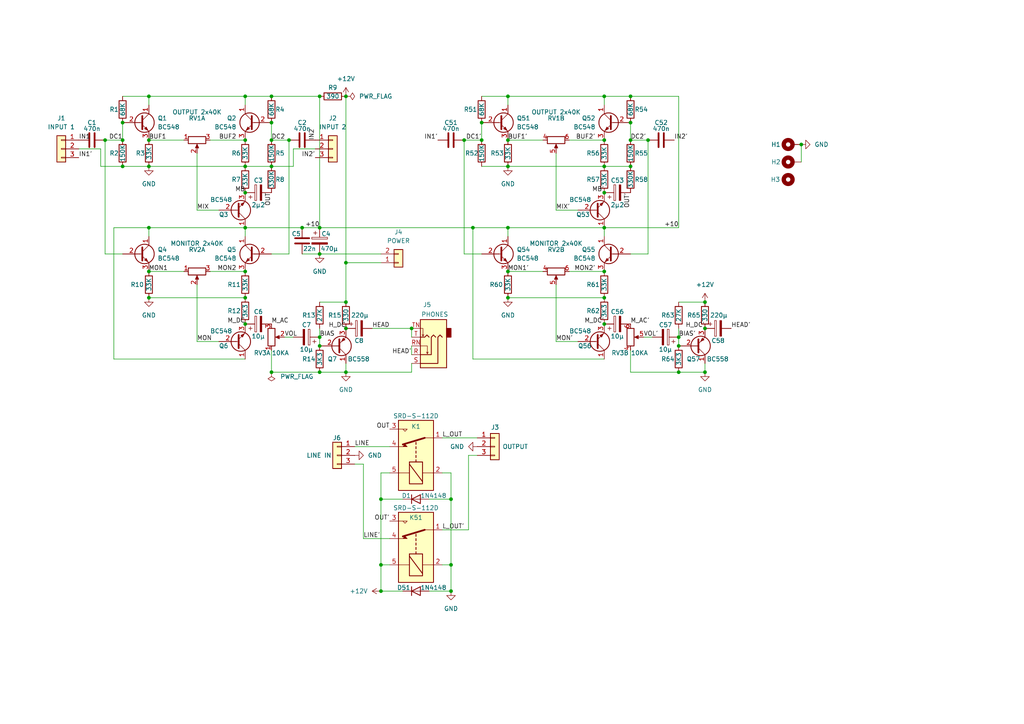
<source format=kicad_sch>
(kicad_sch (version 20231120) (generator "eeschema") (generator_version "8.0")
  (paper "A4")
  (title_block (title "TuchAudio 502 mixing console") (date "2025-08-10") (rev "v1.1") (company "@zuiko21"))
  (lib_symbols
    (symbol "Connector_Audio:AudioJack3_SwitchTR"
      (property "Reference" "J" (at 0 8.89 0))
      (property "Value" "AudioJack3_SwitchTR" (at 0 6.35 0))
      (symbol "AudioJack3_SwitchTR_0_1"
        (rectangle (start -5.08 -5.08) (end -6.35 -7.62) (stroke (width 0.254)) (fill (type outline)))
        (polyline (pts (xy 0.508 -0.254) (xy 0.762 -0.762)))
        (polyline (pts (xy 1.778 -5.334) (xy 2.032 -5.842)))
        (polyline (pts (xy 0 -5.08) (xy 0.635 -5.715) (xy 1.27 -5.08) (xy 2.54 -5.08)) (stroke (width 0.254)))
        (polyline (pts (xy 2.54 -7.62) (xy 1.778 -7.62) (xy 1.778 -5.334) (xy 1.524 -5.842)))
        (polyline (pts (xy 2.54 -2.54) (xy 0.508 -2.54) (xy 0.508 -0.254) (xy 0.254 -0.762)))
        (polyline (pts (xy -1.905 -5.08) (xy -1.27 -5.715) (xy -0.635 -5.08) (xy -0.635 0) (xy 2.54 0)) (stroke (width 0.254)))
        (polyline (pts (xy 2.54 2.54) (xy -2.54 2.54) (xy -2.54 -5.08) (xy -3.175 -5.715) (xy -3.81 -5.08)) (stroke (width 0.254)))
        (rectangle (start 2.54 3.81) (end -5.08 -10.16) (stroke (width 0.254)) (fill (type background)))
      )
      (symbol "AudioJack3_SwitchTR_1_1"
        (pin passive line (at 5.08 0 180) (length 2.54) (name "~") (number "R"))
        (pin passive line (at 5.08 -2.54 180) (length 2.54) (name "~") (number "RN"))
        (pin passive line (at 5.08 2.54 180) (length 2.54) (name "~") (number "S"))
        (pin passive line (at 5.08 -5.08 180) (length 2.54) (name "~") (number "T"))
        (pin passive line (at 5.08 -7.62 180) (length 2.54) (name "~") (number "TN"))
      )
    )
    (symbol "Connector_Generic:Conn_01x02" (pin_names (offset 1.016) hide)
      (property "Reference" "J" (at 0 2.54 0))
      (property "Value" "Conn_01x02" (at 0 -5.08 0))
      (symbol "Conn_01x02_1_1"
        (rectangle (start -1.27 -2.413) (end 0 -2.667) (stroke (width 0.1524)))
        (rectangle (start -1.27 0.127) (end 0 -0.127) (stroke (width 0.1524)))
        (rectangle (start -1.27 1.27) (end 1.27 -3.81) (stroke (width 0.254)) (fill (type background)))
        (pin passive line (at -5.08 0 0) (length 3.81) (name "Pin_1") (number "1"))
        (pin passive line (at -5.08 -2.54 0) (length 3.81) (name "Pin_2") (number "2"))
      )
    )
    (symbol "Connector_Generic:Conn_01x03" (pin_names (offset 1.016) hide)
      (property "Reference" "J" (at 0 5.08 0))
      (property "Value" "Conn_01x03" (at 0 -5.08 0))
      (symbol "Conn_01x03_1_1"
        (rectangle (start -1.27 -2.413) (end 0 -2.667) (stroke (width 0.1524)))
        (rectangle (start -1.27 0.127) (end 0 -0.127) (stroke (width 0.1524)))
        (rectangle (start -1.27 2.667) (end 0 2.413) (stroke (width 0.1524)))
        (rectangle (start -1.27 3.81) (end 1.27 -3.81) (stroke (width 0.254)) (fill (type background)))
        (pin passive line (at -5.08 2.54 0) (length 3.81) (name "Pin_1") (number "1"))
        (pin passive line (at -5.08 0 0) (length 3.81) (name "Pin_2") (number "2"))
        (pin passive line (at -5.08 -2.54 0) (length 3.81) (name "Pin_3") (number "3"))
      )
    )
    (symbol "Device:C" (pin_numbers hide) (pin_names (offset 0.254))
      (property "Reference" "C" (at 0.635 2.54 0))
      (property "Value" "C" (at 0.635 -2.54 0))
      (symbol "C_0_1"
        (polyline (pts (xy -2.032 -0.762) (xy 2.032 -0.762)) (stroke (width 0.508)))
        (polyline (pts (xy -2.032 0.762) (xy 2.032 0.762)) (stroke (width 0.508)))
      )
      (symbol "C_1_1"
        (pin passive line (at 0 3.81 270) (length 2.794) (name "~") (number "1"))
        (pin passive line (at 0 -3.81 90) (length 2.794) (name "~") (number "2"))
      )
    )
    (symbol "Device:C_Polarized" (pin_numbers hide) (pin_names (offset 0.254))
      (property "Reference" "C" (at 0.635 2.54 0))
      (property "Value" "C_Polarized" (at 0.635 -2.54 0))
      (symbol "C_Polarized_0_1"
        (rectangle (start -2.286 0.508) (end 2.286 1.016))
        (polyline (pts (xy -1.778 2.286) (xy -0.762 2.286)))
        (polyline (pts (xy -1.27 2.794) (xy -1.27 1.778)))
        (rectangle (start 2.286 -0.508) (end -2.286 -1.016) (fill (type outline)))
      )
      (symbol "C_Polarized_1_1"
        (pin passive line (at 0 3.81 270) (length 2.794) (name "~") (number "1"))
        (pin passive line (at 0 -3.81 90) (length 2.794) (name "~") (number "2"))
      )
    )
    (symbol "Device:R" (pin_numbers hide) (pin_names (offset 0))
      (property "Reference" "R" (at 2.032 0 90))
      (property "Value" "R" (at 0 0 90))
      (symbol "R_0_1"
        (rectangle (start -1.016 -2.54) (end 1.016 2.54) (stroke (width 0.254)))
      )
      (symbol "R_1_1"
        (pin passive line (at 0 3.81 270) (length 1.27) (name "~") (number "1"))
        (pin passive line (at 0 -3.81 90) (length 1.27) (name "~") (number "2"))
      )
    )
    (symbol "Device:R_Potentiometer_Dual_Separate" (pin_names (offset 1.016) hide)
      (property "Reference" "RV" (at -4.445 0 90))
      (property "Value" "R_Potentiometer_Dual_Separate" (at -2.54 0 90))
      (symbol "R_Potentiometer_Dual_Separate_0_1"
        (polyline (pts (xy 2.54 0) (xy 1.524 0)))
        (polyline (pts (xy 1.143 0) (xy 2.286 0.508) (xy 2.286 -0.508) (xy 1.143 0)) (fill (type outline)))
        (rectangle (start 1.016 2.54) (end -1.016 -2.54) (stroke (width 0.254)))
      )
      (symbol "R_Potentiometer_Dual_Separate_1_1"
        (pin passive line (at 0 3.81 270) (length 1.27) (name "1") (number "1"))
        (pin passive line (at 3.81 0 180) (length 1.27) (name "2") (number "2"))
        (pin passive line (at 0 -3.81 90) (length 1.27) (name "3") (number "3"))
      )
      (symbol "R_Potentiometer_Dual_Separate_2_1"
        (pin passive line (at 0 3.81 270) (length 1.27) (name "4") (number "4"))
        (pin passive line (at 3.81 0 180) (length 1.27) (name "5") (number "5"))
        (pin passive line (at 0 -3.81 90) (length 1.27) (name "6") (number "6"))
      )
    )
    (symbol "Diode:1N4148" (pin_numbers hide) (pin_names hide)
      (property "Reference" "D" (at 0 2.54 0))
      (property "Value" "1N4148" (at 0 -2.54 0))
      (symbol "1N4148_0_1"
        (polyline (pts (xy -1.27 1.27) (xy -1.27 -1.27)) (stroke (width 0.254)))
        (polyline (pts (xy 1.27 0) (xy -1.27 0)))
        (polyline (pts (xy 1.27 1.27) (xy 1.27 -1.27) (xy -1.27 0) (xy 1.27 1.27)) (stroke (width 0.254)))
      )
      (symbol "1N4148_1_1"
        (pin passive line (at -3.81 0 0) (length 2.54) (name "K") (number "1"))
        (pin passive line (at 3.81 0 180) (length 2.54) (name "A") (number "2"))
      )
    )
    (symbol "Mechanical:MountingHole" (pin_names (offset 1.016)) (exclude_from_sim yes) (in_bom no)
      (property "Reference" "H" (at 0 5.08 0))
      (property "Value" "MountingHole" (at 0 3.175 0))
      (symbol "MountingHole_0_1"
        (circle (center 0 0) (radius 1.27) (stroke (width 1.27)))
      )
    )
    (symbol "Mechanical:MountingHole_Pad" (pin_numbers hide) (pin_names (offset 1.016) hide) (exclude_from_sim yes) (in_bom no)
      (property "Reference" "H" (at 0 6.35 0))
      (property "Value" "MountingHole_Pad" (at 0 4.445 0))
      (symbol "MountingHole_Pad_0_1"
        (circle (center 0 1.27) (radius 1.27) (stroke (width 1.27)))
      )
      (symbol "MountingHole_Pad_1_1"
        (pin input line (at 0 -2.54 90) (length 2.54) (name "1") (number "1"))
      )
    )
    (symbol "Relay:SANYOU_SRD_Form_C"
      (property "Reference" "K" (at 11.43 3.81 0))
      (property "Value" "SANYOU_SRD_Form_C" (at 11.43 1.27 0))
      (symbol "SANYOU_SRD_Form_C_0_0"
        (polyline (pts (xy 7.62 5.08) (xy 7.62 2.54) (xy 6.985 3.175) (xy 7.62 3.81)))
      )
      (symbol "SANYOU_SRD_Form_C_0_1"
        (rectangle (start -10.16 5.08) (end 10.16 -5.08) (stroke (width 0.254)) (fill (type background)))
        (rectangle (start -8.255 1.905) (end -1.905 -1.905) (stroke (width 0.254)))
        (polyline (pts (xy -7.62 -1.905) (xy -2.54 1.905)) (stroke (width 0.254)))
        (polyline (pts (xy -5.08 -5.08) (xy -5.08 -1.905)))
        (polyline (pts (xy -5.08 5.08) (xy -5.08 1.905)))
        (polyline (pts (xy -1.905 0) (xy -1.27 0)) (stroke (width 0.254)))
        (polyline (pts (xy -0.635 0) (xy 0 0)) (stroke (width 0.254)))
        (polyline (pts (xy 0.635 0) (xy 1.27 0)) (stroke (width 0.254)))
        (polyline (pts (xy 1.905 0) (xy 2.54 0)) (stroke (width 0.254)))
        (polyline (pts (xy 3.175 0) (xy 3.81 0)) (stroke (width 0.254)))
        (polyline (pts (xy 5.08 -2.54) (xy 3.175 3.81)) (stroke (width 0.508)))
        (polyline (pts (xy 5.08 -2.54) (xy 5.08 -5.08)))
      )
      (symbol "SANYOU_SRD_Form_C_1_1"
        (polyline (pts (xy 2.54 3.81) (xy 3.175 3.175) (xy 2.54 2.54) (xy 2.54 5.08)) (fill (type outline)))
        (pin passive line (at 5.08 -7.62 90) (length 2.54) (name "~") (number "1"))
        (pin passive line (at -5.08 -7.62 90) (length 2.54) (name "~") (number "2"))
        (pin passive line (at 7.62 7.62 270) (length 2.54) (name "~") (number "3"))
        (pin passive line (at 2.54 7.62 270) (length 2.54) (name "~") (number "4"))
        (pin passive line (at -5.08 7.62 270) (length 2.54) (name "~") (number "5"))
      )
    )
    (symbol "Transistor_BJT:BC327" (pin_names (offset 0) hide)
      (property "Reference" "Q" (at 5.08 1.905 0))
      (property "Value" "BC327" (at 5.08 0 0))
      (symbol "BC327_0_1"
        (polyline (pts (xy 0.635 0.635) (xy 2.54 2.54)))
        (polyline (pts (xy 0.635 -0.635) (xy 2.54 -2.54) (xy 2.54 -2.54)))
        (polyline (pts (xy 0.635 1.905) (xy 0.635 -1.905) (xy 0.635 -1.905)) (stroke (width 0.508)))
        (polyline (pts (xy 2.286 -1.778) (xy 1.778 -2.286) (xy 1.27 -1.27) (xy 2.286 -1.778) (xy 2.286 -1.778)) (fill (type outline)))
        (circle (center 1.27 0) (radius 2.8194) (stroke (width 0.254)))
      )
      (symbol "BC327_1_1"
        (pin passive line (at 2.54 5.08 270) (length 2.54) (name "C") (number "1"))
        (pin input line (at -5.08 0 0) (length 5.715) (name "B") (number "2"))
        (pin passive line (at 2.54 -5.08 90) (length 2.54) (name "E") (number "3"))
      )
    )
    (symbol "Transistor_BJT:BC548" (pin_names (offset 0) hide)
      (property "Reference" "Q" (at 5.08 1.905 0))
      (property "Value" "BC548" (at 5.08 0 0))
      (symbol "BC548_0_1"
        (polyline (pts (xy 0 0) (xy 0.635 0)))
        (polyline (pts (xy 0.635 0.635) (xy 2.54 2.54)))
        (polyline (pts (xy 0.635 -0.635) (xy 2.54 -2.54) (xy 2.54 -2.54)))
        (polyline (pts (xy 0.635 1.905) (xy 0.635 -1.905) (xy 0.635 -1.905)) (stroke (width 0.508)))
        (polyline (pts (xy 1.27 -1.778) (xy 1.778 -1.27) (xy 2.286 -2.286) (xy 1.27 -1.778) (xy 1.27 -1.778)) (fill (type outline)))
        (circle (center 1.27 0) (radius 2.8194) (stroke (width 0.254)))
      )
      (symbol "BC548_1_1"
        (pin passive line (at 2.54 5.08 270) (length 2.54) (name "C") (number "1"))
        (pin input line (at -5.08 0 0) (length 5.08) (name "B") (number "2"))
        (pin passive line (at 2.54 -5.08 90) (length 2.54) (name "E") (number "3"))
      )
    )
    (symbol "power:+12V" (power) (pin_numbers hide) (pin_names (offset 0) hide)
      (property "Value" "+12V" (at 0 3.556 0))
      (symbol "+12V_0_1"
        (polyline (pts (xy -0.762 1.27) (xy 0 2.54)))
        (polyline (pts (xy 0 0) (xy 0 2.54)))
        (polyline (pts (xy 0 2.54) (xy 0.762 1.27)))
      )
      (symbol "+12V_1_1"
        (pin power_in line (at 0 0 90) (length 0) (name "~") (number "1"))
      )
    )
    (symbol "power:GND" (power) (pin_numbers hide) (pin_names (offset 0) hide)
      (property "Value" "GND" (at 0 -3.81 0))
      (symbol "GND_0_1"
        (polyline (pts (xy 0 0) (xy 0 -1.27) (xy 1.27 -1.27) (xy 0 -2.54) (xy -1.27 -1.27) (xy 0 -1.27)))
      )
      (symbol "GND_1_1"
        (pin power_in line (at 0 0 270) (length 0) (name "~") (number "1"))
      )
    )
    (symbol "power:PWR_FLAG" (power) (pin_numbers hide) (pin_names (offset 0) hide)
      (property "Value" "PWR_FLAG" (at 0 3.81 0))
      (symbol "PWR_FLAG_0_0"
        (pin power_out line (at 0 0 90) (length 0) (name "~") (number "1"))
      )
      (symbol "PWR_FLAG_0_1"
        (polyline (pts (xy 0 0) (xy 0 1.27) (xy -1.016 1.905) (xy 0 2.54) (xy 1.016 1.905) (xy 0 1.27)))
      )
    )
  )
  (junction (at 30.48 40.64))
  (junction (at 182.88 35.56))
  (junction (at 139.7 40.64))
  (junction (at 92.71 107.95))
  (junction (at 175.26 40.64))
  (junction (at 204.47 87.63))
  (junction (at 175.26 86.36))
  (junction (at 71.12 86.36))
  (junction (at 100.33 87.63))
  (junction (at 232.41 41.91))
  (junction (at 175.26 93.98))
  (junction (at 147.32 40.64))
  (junction (at 196.85 107.95))
  (junction (at 175.26 55.88))
  (junction (at 35.56 40.64))
  (junction (at 134.62 40.64))
  (junction (at 43.18 78.74))
  (junction (at 78.74 107.95))
  (junction (at 130.81 144.78))
  (junction (at 71.12 40.64))
  (junction (at 182.88 27.94))
  (junction (at 92.71 66.04))
  (junction (at 204.47 95.25))
  (junction (at 147.32 86.36))
  (junction (at 43.18 27.94))
  (junction (at 71.12 27.94))
  (junction (at 137.16 66.04))
  (junction (at 92.71 100.33))
  (junction (at 110.49 171.45))
  (junction (at 92.71 73.66))
  (junction (at 78.74 48.26))
  (junction (at 100.33 27.94))
  (junction (at 78.74 27.94))
  (junction (at 78.74 40.64))
  (junction (at 100.33 95.25))
  (junction (at 43.18 48.26))
  (junction (at 147.32 78.74))
  (junction (at 130.81 171.45))
  (junction (at 147.32 27.94))
  (junction (at 110.49 163.83))
  (junction (at 100.33 107.95))
  (junction (at 71.12 78.74))
  (junction (at 35.56 48.26))
  (junction (at 100.33 76.2))
  (junction (at 147.32 48.26))
  (junction (at 71.12 55.88))
  (junction (at 43.18 66.04))
  (junction (at 147.32 66.04))
  (junction (at 196.85 100.33))
  (junction (at 187.96 40.64))
  (junction (at 175.26 27.94))
  (junction (at 35.56 35.56))
  (junction (at 110.49 144.78))
  (junction (at 71.12 93.98))
  (junction (at 182.88 48.26))
  (junction (at 139.7 35.56))
  (junction (at 87.63 66.04))
  (junction (at 92.71 27.94))
  (junction (at 71.12 66.04))
  (junction (at 43.18 86.36))
  (junction (at 204.47 107.95))
  (junction (at 92.71 97.79))
  (junction (at 196.85 97.79))
  (junction (at 43.18 40.64))
  (junction (at 83.82 40.64))
  (junction (at 71.12 48.26))
  (junction (at 175.26 48.26))
  (junction (at 119.38 95.25))
  (junction (at 175.26 78.74))
  (junction (at 130.81 163.83))
  (junction (at 175.26 66.04))
  (junction (at 78.74 35.56))
  (junction (at 182.88 40.64))
  (wire (pts (xy 33.02 104.14) (xy 71.12 104.14)))
  (wire (pts (xy 100.33 87.63) (xy 100.33 76.2)))
  (wire (pts (xy 92.71 97.79) (xy 92.71 100.33)))
  (wire (pts (xy 134.62 73.66) (xy 139.7 73.66)))
  (wire (pts (xy 43.18 66.04) (xy 71.12 66.04)))
  (wire (pts (xy 147.32 66.04) (xy 175.26 66.04)))
  (wire (pts (xy 189.23 97.79) (xy 186.69 97.79)))
  (wire (pts (xy 116.84 171.45) (xy 110.49 171.45)))
  (wire (pts (xy 175.26 27.94) (xy 182.88 27.94)))
  (wire (pts (xy 57.15 82.55) (xy 57.15 99.06)))
  (wire (pts (xy 78.74 73.66) (xy 83.82 73.66)))
  (wire (pts (xy 175.26 48.26) (xy 182.88 48.26)))
  (wire (pts (xy 196.85 107.95) (xy 204.47 107.95)))
  (wire (pts (xy 60.96 78.74) (xy 71.12 78.74)))
  (wire (pts (xy 30.48 73.66) (xy 35.56 73.66)))
  (wire (pts (xy 182.88 107.95) (xy 196.85 107.95)))
  (wire (pts (xy 35.56 48.26) (xy 43.18 48.26)))
  (wire (pts (xy 182.88 73.66) (xy 187.96 73.66)))
  (wire (pts (xy 130.81 144.78) (xy 130.81 137.16)))
  (wire (pts (xy 187.96 73.66) (xy 187.96 40.64)))
  (wire (pts (xy 138.43 132.08) (xy 135.89 132.08)))
  (wire (pts (xy 71.12 66.04) (xy 71.12 68.58)))
  (wire (pts (xy 196.85 87.63) (xy 204.47 87.63)))
  (wire (pts (xy 139.7 35.56) (xy 139.7 40.64)))
  (wire (pts (xy 92.71 87.63) (xy 100.33 87.63)))
  (wire (pts (xy 71.12 30.48) (xy 71.12 27.94)))
  (wire (pts (xy 87.63 66.04) (xy 92.71 66.04)))
  (wire (pts (xy 187.96 40.64) (xy 182.88 40.64)))
  (wire (pts (xy 124.46 144.78) (xy 130.81 144.78)))
  (wire (pts (xy 33.02 66.04) (xy 33.02 104.14)))
  (wire (pts (xy 71.12 66.04) (xy 87.63 66.04)))
  (wire (pts (xy 182.88 107.95) (xy 182.88 101.6)))
  (wire (pts (xy 105.41 156.21) (xy 113.03 156.21)))
  (wire (pts (xy 147.32 30.48) (xy 147.32 27.94)))
  (wire (pts (xy 110.49 137.16) (xy 110.49 144.78)))
  (wire (pts (xy 83.82 40.64) (xy 78.74 40.64)))
  (wire (pts (xy 105.41 134.62) (xy 105.41 156.21)))
  (wire (pts (xy 29.21 43.18) (xy 29.21 48.26)))
  (wire (pts (xy 130.81 163.83) (xy 130.81 144.78)))
  (wire (pts (xy 110.49 144.78) (xy 110.49 163.83)))
  (wire (pts (xy 147.32 40.64) (xy 157.48 40.64)))
  (wire (pts (xy 182.88 35.56) (xy 182.88 40.64)))
  (wire (pts (xy 113.03 137.16) (xy 110.49 137.16)))
  (wire (pts (xy 110.49 73.66) (xy 92.71 73.66)))
  (wire (pts (xy 147.32 78.74) (xy 157.48 78.74)))
  (wire (pts (xy 110.49 163.83) (xy 113.03 163.83)))
  (wire (pts (xy 110.49 171.45) (xy 110.49 163.83)))
  (wire (pts (xy 175.26 66.04) (xy 196.85 66.04)))
  (wire (pts (xy 128.27 163.83) (xy 130.81 163.83)))
  (wire (pts (xy 124.46 171.45) (xy 130.81 171.45)))
  (wire (pts (xy 100.33 107.95) (xy 100.33 105.41)))
  (wire (pts (xy 30.48 40.64) (xy 30.48 73.66)))
  (wire (pts (xy 137.16 104.14) (xy 175.26 104.14)))
  (wire (pts (xy 130.81 137.16) (xy 128.27 137.16)))
  (wire (pts (xy 57.15 60.96) (xy 63.5 60.96)))
  (wire (pts (xy 30.48 40.64) (xy 35.56 40.64)))
  (wire (pts (xy 147.32 27.94) (xy 139.7 27.94)))
  (wire (pts (xy 92.71 66.04) (xy 92.71 27.94)))
  (wire (pts (xy 43.18 30.48) (xy 43.18 27.94)))
  (wire (pts (xy 135.89 132.08) (xy 135.89 153.67)))
  (wire (pts (xy 43.18 78.74) (xy 53.34 78.74)))
  (wire (pts (xy 92.71 95.25) (xy 92.71 97.79)))
  (wire (pts (xy 85.09 43.18) (xy 91.44 43.18)))
  (wire (pts (xy 85.09 97.79) (xy 82.55 97.79)))
  (wire (pts (xy 119.38 107.95) (xy 100.33 107.95)))
  (wire (pts (xy 182.88 27.94) (xy 196.85 27.94)))
  (wire (pts (xy 60.96 40.64) (xy 71.12 40.64)))
  (wire (pts (xy 204.47 107.95) (xy 204.47 105.41)))
  (wire (pts (xy 107.95 95.25) (xy 119.38 95.25)))
  (wire (pts (xy 128.27 153.67) (xy 135.89 153.67)))
  (wire (pts (xy 78.74 48.26) (xy 85.09 48.26)))
  (wire (pts (xy 161.29 99.06) (xy 167.64 99.06)))
  (wire (pts (xy 196.85 97.79) (xy 196.85 100.33)))
  (wire (pts (xy 83.82 73.66) (xy 83.82 40.64)))
  (wire (pts (xy 147.32 66.04) (xy 147.32 68.58)))
  (wire (pts (xy 161.29 82.55) (xy 161.29 99.06)))
  (wire (pts (xy 100.33 76.2) (xy 100.33 27.94)))
  (wire (pts (xy 85.09 48.26) (xy 85.09 43.18)))
  (wire (pts (xy 71.12 48.26) (xy 78.74 48.26)))
  (wire (pts (xy 43.18 66.04) (xy 33.02 66.04)))
  (wire (pts (xy 22.86 43.18) (xy 29.21 43.18)))
  (wire (pts (xy 110.49 144.78) (xy 116.84 144.78)))
  (wire (pts (xy 119.38 105.41) (xy 119.38 107.95)))
  (wire (pts (xy 139.7 48.26) (xy 147.32 48.26)))
  (wire (pts (xy 161.29 60.96) (xy 167.64 60.96)))
  (wire (pts (xy 128.27 127) (xy 138.43 127)))
  (wire (pts (xy 130.81 171.45) (xy 130.81 163.83)))
  (wire (pts (xy 100.33 76.2) (xy 110.49 76.2)))
  (wire (pts (xy 78.74 35.56) (xy 78.74 40.64)))
  (wire (pts (xy 102.87 134.62) (xy 105.41 134.62)))
  (wire (pts (xy 43.18 27.94) (xy 71.12 27.94)))
  (wire (pts (xy 57.15 99.06) (xy 63.5 99.06)))
  (wire (pts (xy 175.26 30.48) (xy 175.26 27.94)))
  (wire (pts (xy 43.18 27.94) (xy 35.56 27.94)))
  (wire (pts (xy 165.1 78.74) (xy 175.26 78.74)))
  (wire (pts (xy 119.38 95.25) (xy 119.38 97.79)))
  (wire (pts (xy 147.32 27.94) (xy 175.26 27.94)))
  (wire (pts (xy 43.18 86.36) (xy 71.12 86.36)))
  (wire (pts (xy 92.71 66.04) (xy 137.16 66.04)))
  (wire (pts (xy 119.38 100.33) (xy 119.38 102.87)))
  (wire (pts (xy 175.26 66.04) (xy 175.26 68.58)))
  (wire (pts (xy 78.74 107.95) (xy 92.71 107.95)))
  (wire (pts (xy 196.85 66.04) (xy 196.85 27.94)))
  (wire (pts (xy 87.63 73.66) (xy 92.71 73.66)))
  (wire (pts (xy 57.15 44.45) (xy 57.15 60.96)))
  (wire (pts (xy 35.56 35.56) (xy 35.56 40.64)))
  (wire (pts (xy 43.18 48.26) (xy 71.12 48.26)))
  (wire (pts (xy 29.21 48.26) (xy 35.56 48.26)))
  (wire (pts (xy 147.32 86.36) (xy 175.26 86.36)))
  (wire (pts (xy 147.32 66.04) (xy 137.16 66.04)))
  (wire (pts (xy 161.29 44.45) (xy 161.29 60.96)))
  (wire (pts (xy 196.85 95.25) (xy 196.85 97.79)))
  (wire (pts (xy 78.74 107.95) (xy 78.74 101.6)))
  (wire (pts (xy 78.74 27.94) (xy 92.71 27.94)))
  (wire (pts (xy 43.18 40.64) (xy 53.34 40.64)))
  (wire (pts (xy 134.62 40.64) (xy 134.62 73.66)))
  (wire (pts (xy 232.41 41.91) (xy 232.41 46.99)))
  (wire (pts (xy 147.32 48.26) (xy 175.26 48.26)))
  (wire (pts (xy 165.1 40.64) (xy 175.26 40.64)))
  (wire (pts (xy 92.71 107.95) (xy 100.33 107.95)))
  (wire (pts (xy 71.12 27.94) (xy 78.74 27.94)))
  (wire (pts (xy 134.62 40.64) (xy 139.7 40.64)))
  (wire (pts (xy 43.18 66.04) (xy 43.18 68.58)))
  (wire (pts (xy 102.87 129.54) (xy 113.03 129.54)))
  (wire (pts (xy 137.16 66.04) (xy 137.16 104.14)))
  (label "LINE'" (at 105.41 156.21 0))
  (label "IN2" (at 91.44 40.64 90))
  (label "H_DC" (at 100.33 95.25 180))
  (label "MIX" (at 57.15 60.96 0))
  (label "DC2" (at 78.74 40.64 0))
  (label "MON'" (at 161.29 99.06 0))
  (label "+10" (at 92.71 66.04 180))
  (label "HEAD'" (at 119.38 102.87 180))
  (label "IN1" (at 22.86 40.64 0))
  (label "MIX'" (at 161.29 60.96 0))
  (label "IN2'" (at 195.58 40.64 0))
  (label "OUT" (at 113.03 124.46 180))
  (label "IN1'" (at 127 40.64 180))
  (label "DC2'" (at 182.88 40.64 0))
  (label "HEAD'" (at 212.09 95.25 0))
  (label "L_OUT'" (at 128.27 153.67 0))
  (label "VOL" (at 82.55 97.79 0))
  (label "BIAS" (at 92.71 97.79 0))
  (label "IN1'" (at 22.86 45.72 0))
  (label "BUF2" (at 68.58 40.64 180))
  (label "+10" (at 196.85 66.04 180))
  (label "M_DC'" (at 175.26 93.98 180))
  (label "M_AC" (at 78.74 93.98 0))
  (label "DC1'" (at 139.7 40.64 180))
  (label "MB'" (at 175.26 55.88 180))
  (label "M_AC'" (at 182.88 93.98 0))
  (label "HEAD" (at 107.95 95.25 0))
  (label "MB" (at 71.12 55.88 180))
  (label "IN2'" (at 91.44 45.72 180))
  (label "VOL'" (at 186.69 97.79 0))
  (label "OUT'" (at 182.88 55.88 270))
  (label "BUF1'" (at 147.32 40.64 0))
  (label "DC1" (at 35.56 40.64 180))
  (label "MON2" (at 68.58 78.74 180))
  (label "MON" (at 57.15 99.06 0))
  (label "LINE" (at 102.87 129.54 0))
  (label "OUT" (at 78.74 55.88 270))
  (label "BIAS'" (at 196.85 97.79 0))
  (label "MON2'" (at 172.72 78.74 180))
  (label "L_OUT" (at 128.27 127 0))
  (label "OUT'" (at 113.03 151.13 180))
  (label "M_DC" (at 71.12 93.98 180))
  (label "MON1'" (at 147.32 78.74 0))
  (label "BUF1" (at 43.18 40.64 0))
  (label "H_DC'" (at 204.47 95.25 180))
  (label "MON1" (at 43.18 78.74 0))
  (label "BUF2'" (at 172.72 40.64 180))
  (symbol (lib_id "Device:R") (at 92.71 104.14 0) (unit 1)
    (property "Reference" "R14" (at 87.63 104.14 0) (effects (justify left)))
    (property "Value" "3K3" (at 92.71 104.14 90))
    (property "Footprint" "Resistor_THT:R_Axial_DIN0207_L6.3mm_D2.5mm_P10.16mm_Horizontal" (effects (hide yes)))
    (property "Description" "Resistor" (effects (hide yes)))
  )
  (symbol (lib_id "power:GND") (at 147.32 48.26 0) (unit 1)
    (property "Reference" "#PWR6" (effects (hide yes)))
    (property "Value" "GND" (at 147.32 53.34 0))
    (property "Description" "Power symbol creates a global label with name \"GND\" , ground" (effects (hide yes)))
  )
  (symbol (lib_id "Connector_Generic:Conn_01x03") (at 97.79 132.08 0) (mirror y) (unit 1)
    (property "Reference" "J6" (at 96.52 127 0) (effects (justify right)))
    (property "Value" "LINE IN" (at 88.9 132.08 0) (effects (justify right)))
    (property "Footprint" "Connector_PinHeader_2.54mm:PinHeader_1x03_P2.54mm_Vertical" (effects (hide yes)))
    (property "Description" "Generic connector, single row, 01x03, script generated (kicad-library-utils/schlib/autogen/connector/)" (effects (hide yes)))
  )
  (symbol (lib_id "power:GND") (at 102.87 132.08 90) (unit 1)
    (property "Reference" "#PWR11" (effects (hide yes)))
    (property "Value" "GND" (at 106.68 132.0799 90) (effects (justify right)))
    (property "Description" "Power symbol creates a global label with name \"GND\" , ground" (effects (hide yes)))
  )
  (symbol (lib_id "Connector_Generic:Conn_01x03") (at 96.52 43.18 0) (unit 1)
    (property "Reference" "J2" (at 96.52 34.29 0))
    (property "Value" "INPUT 2" (at 96.52 36.83 0))
    (property "Footprint" "Connector_PinHeader_2.54mm:PinHeader_1x03_P2.54mm_Vertical" (effects (hide yes)))
    (property "Description" "Generic connector, single row, 01x03, script generated (kicad-library-utils/schlib/autogen/connector/)" (effects (hide yes)))
  )
  (symbol (lib_id "Device:R") (at 100.33 91.44 180) (unit 1)
    (property "Reference" "R15" (at 99.06 91.44 0) (effects (justify left)))
    (property "Value" "330" (at 100.33 91.44 90))
    (property "Footprint" "Resistor_THT:R_Axial_DIN0309_L9.0mm_D3.2mm_P5.08mm_Vertical" (effects (hide yes)))
    (property "Description" "Resistor" (effects (hide yes)))
  )
  (symbol (lib_id "Device:C_Polarized") (at 74.93 93.98 90) (unit 1)
    (property "Reference" "C6" (at 74.93 90.424 90))
    (property "Value" "10µ" (at 74.93 97.536 90))
    (property "Footprint" "Capacitor_THT:CP_Radial_D4.0mm_P1.50mm" (effects (hide yes)))
    (property "Description" "Polarized capacitor" (effects (hide yes)))
  )
  (symbol (lib_id "Device:R") (at 71.12 90.17 0) (mirror y) (unit 1)
    (property "Reference" "R12" (at 69.85 90.17 0) (effects (justify left)))
    (property "Value" "3K3" (at 71.12 90.17 90))
    (property "Footprint" "Resistor_THT:R_Axial_DIN0207_L6.3mm_D2.5mm_P10.16mm_Horizontal" (effects (hide yes)))
    (property "Description" "Resistor" (effects (hide yes)))
  )
  (symbol (lib_id "Transistor_BJT:BC548") (at 68.58 99.06 0) (mirror x) (unit 1)
    (property "Reference" "Q6" (at 63.5 100.33 0) (effects (justify left)))
    (property "Value" "BC548" (at 60.96 96.012 0) (effects (justify left)))
    (property "Footprint" "Package_TO_SOT_THT:TO-92_Inline" (effects (hide yes)))
    (property "Datasheet" "https://www.onsemi.com/pub/Collateral/BC550-D.pdf" (effects (hide yes)))
    (property "Description" "0.1A Ic, 30V Vce, Small Signal NPN Transistor, TO-92" (effects (hide yes)))
  )
  (symbol (lib_id "Device:R") (at 71.12 52.07 0) (mirror y) (unit 1)
    (property "Reference" "R7" (at 69.85 52.07 0) (effects (justify left)))
    (property "Value" "33K" (at 71.12 52.07 90))
    (property "Footprint" "Resistor_THT:R_Axial_DIN0207_L6.3mm_D2.5mm_P10.16mm_Horizontal" (effects (hide yes)))
    (property "Description" "Resistor" (effects (hide yes)))
  )
  (symbol (lib_id "Transistor_BJT:BC548") (at 172.72 60.96 0) (mirror x) (unit 1)
    (property "Reference" "Q53" (at 167.132 62.23 0) (effects (justify left)))
    (property "Value" "BC548" (at 165.1 57.912 0) (effects (justify left)))
    (property "Footprint" "Package_TO_SOT_THT:TO-92_Inline" (effects (hide yes)))
    (property "Datasheet" "https://www.onsemi.com/pub/Collateral/BC550-D.pdf" (effects (hide yes)))
    (property "Description" "0.1A Ic, 30V Vce, Small Signal NPN Transistor, TO-92" (effects (hide yes)))
  )
  (symbol (lib_id "Device:R") (at 92.71 91.44 0) (unit 1)
    (property "Reference" "R13" (at 87.63 91.44 0) (effects (justify left)))
    (property "Value" "27K" (at 92.71 91.44 90))
    (property "Footprint" "Resistor_THT:R_Axial_DIN0207_L6.3mm_D2.5mm_P10.16mm_Horizontal" (effects (hide yes)))
    (property "Description" "Resistor" (effects (hide yes)))
  )
  (symbol (lib_id "Device:R") (at 96.52 27.94 90) (unit 1)
    (property "Reference" "R9" (at 96.52 25.4 90))
    (property "Value" "390" (at 96.52 27.94 90))
    (property "Footprint" "Resistor_THT:R_Axial_DIN0207_L6.3mm_D2.5mm_P10.16mm_Horizontal" (effects (hide yes)))
    (property "Description" "Resistor" (effects (hide yes)))
  )
  (symbol (lib_id "power:GND") (at 138.43 129.54 270) (unit 1)
    (property "Reference" "#PWR12" (effects (hide yes)))
    (property "Value" "GND" (at 134.62 129.5399 90) (effects (justify right)))
    (property "Description" "Power symbol creates a global label with name \"GND\" , ground" (effects (hide yes)))
  )
  (symbol (lib_id "Transistor_BJT:BC548") (at 40.64 35.56 0) (unit 1)
    (property "Reference" "Q1" (at 45.72 34.2899 0) (effects (justify left)))
    (property "Value" "BC548" (at 45.72 36.8299 0) (effects (justify left)))
    (property "Footprint" "Package_TO_SOT_THT:TO-92_Inline" (effects (hide yes)))
    (property "Datasheet" "https://www.onsemi.com/pub/Collateral/BC550-D.pdf" (effects (hide yes)))
    (property "Description" "0.1A Ic, 30V Vce, Small Signal NPN Transistor, TO-92" (effects (hide yes)))
  )
  (symbol (lib_id "Connector_Generic:Conn_01x03") (at 143.51 129.54 0) (unit 1)
    (property "Reference" "J3" (at 144.78 123.952 0) (effects (justify right)))
    (property "Value" "OUTPUT" (at 153.162 129.54 0) (effects (justify right)))
    (property "Footprint" "Connector_PinHeader_2.54mm:PinHeader_1x03_P2.54mm_Vertical" (effects (hide yes)))
    (property "Description" "Generic connector, single row, 01x03, script generated (kicad-library-utils/schlib/autogen/connector/)" (effects (hide yes)))
  )
  (symbol (lib_id "Device:R") (at 182.88 52.07 0) (mirror y) (unit 1)
    (property "Reference" "R58" (at 187.96 52.07 0) (effects (justify left)))
    (property "Value" "330K" (at 182.88 52.07 90))
    (property "Footprint" "Resistor_THT:R_Axial_DIN0207_L6.3mm_D2.5mm_P10.16mm_Horizontal" (effects (hide yes)))
    (property "Description" "Resistor" (effects (hide yes)))
  )
  (symbol (lib_id "Device:R_Potentiometer_Dual_Separate") (at 182.88 97.79 0) (mirror x) (unit 2)
    (property "Reference" "RV3" (at 182.372 102.362 0) (effects (justify right)))
    (property "Value" "10KA" (at 187.96 102.362 0) (effects (justify right)))
    (property "Footprint" "durango:Potentiometer_Alps_225G_Dual_Horizontal" (effects (hide yes)))
    (property "Description" "Dual potentiometer, separate units" (effects (hide yes)))
  )
  (symbol (lib_id "power:+12V") (at 204.47 87.63 0) (unit 1)
    (property "Reference" "#PWR8" (effects (hide yes)))
    (property "Value" "+12V" (at 204.47 82.55 0))
    (property "Description" "Power symbol creates a global label with name \"+12V\"" (effects (hide yes)))
  )
  (symbol (lib_id "Device:R_Potentiometer_Dual_Separate") (at 57.15 40.64 90) (mirror x) (unit 1)
    (property "Reference" "RV1" (at 57.15 34.29 90))
    (property "Value" "OUTPUT 2x40K" (at 57.15 32.512 90))
    (property "Footprint" "Connector_PinHeader_2.54mm:PinHeader_1x06_P2.54mm_Vertical" (effects (hide yes)))
    (property "Description" "Dual potentiometer, separate units" (effects (hide yes)))
  )
  (symbol (lib_id "Device:R") (at 139.7 31.75 0) (unit 1)
    (property "Reference" "R51" (at 138.43 31.75 0) (effects (justify right)))
    (property "Value" "68K" (at 139.7 31.75 90))
    (property "Footprint" "Resistor_THT:R_Axial_DIN0207_L6.3mm_D2.5mm_P10.16mm_Horizontal" (effects (hide yes)))
    (property "Description" "Resistor" (effects (hide yes)))
  )
  (symbol (lib_id "Mechanical:MountingHole_Pad") (at 229.87 41.91 90) (unit 1) (exclude_from_sim yes) (in_bom no)
    (property "Reference" "H1" (at 225.044 41.91 90))
    (property "Value" "MountingHole_Pad" (effects (hide yes)))
    (property "Footprint" "MountingHole:MountingHole_3.2mm_M3_DIN965_Pad" (effects (hide yes)))
    (property "Description" "Mounting Hole with connection" (effects (hide yes)))
  )
  (symbol (lib_id "power:GND") (at 43.18 48.26 0) (unit 1)
    (property "Reference" "#PWR2" (effects (hide yes)))
    (property "Value" "GND" (at 43.18 53.34 0))
    (property "Description" "Power symbol creates a global label with name \"GND\" , ground" (effects (hide yes)))
  )
  (symbol (lib_id "power:PWR_FLAG") (at 100.33 27.94 270) (unit 1)
    (property "Reference" "#FLG1" (effects (hide yes)))
    (property "Value" "PWR_FLAG" (at 104.14 27.9399 90) (effects (justify left)))
    (property "Description" "Special symbol for telling ERC where power comes from" (effects (hide yes)))
  )
  (symbol (lib_id "power:GND") (at 43.18 86.36 0) (unit 1)
    (property "Reference" "#PWR5" (effects (hide yes)))
    (property "Value" "GND" (at 43.18 91.44 0))
    (property "Description" "Power symbol creates a global label with name \"GND\" , ground" (effects (hide yes)))
  )
  (symbol (lib_id "Device:R") (at 139.7 44.45 0) (unit 1)
    (property "Reference" "R52" (at 134.874 44.45 0) (effects (justify left)))
    (property "Value" "150K" (at 139.7 44.45 90))
    (property "Footprint" "Resistor_THT:R_Axial_DIN0207_L6.3mm_D2.5mm_P10.16mm_Horizontal" (effects (hide yes)))
    (property "Description" "Resistor" (effects (hide yes)))
  )
  (symbol (lib_id "power:+12V") (at 110.49 171.45 90) (unit 1)
    (property "Reference" "#PWR14" (effects (hide yes)))
    (property "Value" "+12V" (at 106.68 171.4499 90) (effects (justify left)))
    (property "Description" "Power symbol creates a global label with name \"+12V\"" (effects (hide yes)))
  )
  (symbol (lib_id "Transistor_BJT:BC548") (at 73.66 35.56 0) (mirror y) (unit 1)
    (property "Reference" "Q2" (at 68.58 34.2899 0) (effects (justify left)))
    (property "Value" "BC548" (at 68.58 36.8299 0) (effects (justify left)))
    (property "Footprint" "Package_TO_SOT_THT:TO-92_Inline" (effects (hide yes)))
    (property "Datasheet" "https://www.onsemi.com/pub/Collateral/BC550-D.pdf" (effects (hide yes)))
    (property "Description" "0.1A Ic, 30V Vce, Small Signal NPN Transistor, TO-92" (effects (hide yes)))
  )
  (symbol (lib_id "Mechanical:MountingHole_Pad") (at 229.87 46.99 90) (unit 1) (exclude_from_sim yes) (in_bom no)
    (property "Reference" "H2" (at 225.044 46.99 90))
    (property "Value" "MountingHole_Pad" (effects (hide yes)))
    (property "Footprint" "MountingHole:MountingHole_3.2mm_M3_DIN965_Pad" (effects (hide yes)))
    (property "Description" "Mounting Hole with connection" (effects (hide yes)))
  )
  (symbol (lib_id "power:GND") (at 232.41 41.91 90) (unit 1)
    (property "Reference" "#PWR9" (effects (hide yes)))
    (property "Value" "GND" (at 236.22 41.9099 90) (effects (justify right)))
    (property "Description" "Power symbol creates a global label with name \"GND\" , ground" (effects (hide yes)))
  )
  (symbol (lib_id "Device:R") (at 175.26 90.17 0) (mirror y) (unit 1)
    (property "Reference" "R62" (at 173.99 90.17 0) (effects (justify left)))
    (property "Value" "3K3" (at 175.26 90.17 90))
    (property "Footprint" "Resistor_THT:R_Axial_DIN0207_L6.3mm_D2.5mm_P10.16mm_Horizontal" (effects (hide yes)))
    (property "Description" "Resistor" (effects (hide yes)))
  )
  (symbol (lib_id "Relay:SANYOU_SRD_Form_C") (at 120.65 158.75 90) (unit 1)
    (property "Reference" "K51" (at 120.65 150.114 90))
    (property "Value" "SRD-S-112D" (at 120.65 147.32 90))
    (property "Footprint" "Relay_THT:Relay_SPDT_SANYOU_SRD_Series_Form_C" (effects (hide yes)))
    (property "Datasheet" "http://www.sanyourelay.ca/public/products/pdf/SRD.pdf" (effects (hide yes)))
    (property "Description" "Sanyo SRD relay, Single Pole Miniature Power Relay," (effects (hide yes)))
  )
  (symbol (lib_id "Connector_Audio:AudioJack3_SwitchTR") (at 124.46 102.87 180) (unit 1)
    (property "Reference" "J5" (at 122.682 88.392 0) (effects (justify right)))
    (property "Value" "PHONES" (at 122.174 91.186 0) (effects (justify right)))
    (property "Footprint" "Connector_Audio:Jack_3.5mm_CUI_SJ1-3525N_Horizontal" (effects (hide yes)))
    (property "Description" "Audio Jack, 3 Poles (Stereo / TRS), Switched TR Poles (Normalling)" (effects (hide yes)))
  )
  (symbol (lib_id "power:GND") (at 100.33 107.95 0) (unit 1)
    (property "Reference" "#PWR1" (effects (hide yes)))
    (property "Value" "GND" (at 100.33 113.03 0))
    (property "Description" "Power symbol creates a global label with name \"GND\" , ground" (effects (hide yes)))
  )
  (symbol (lib_id "Transistor_BJT:BC548") (at 68.58 60.96 0) (mirror x) (unit 1)
    (property "Reference" "Q3" (at 63.5 62.23 0) (effects (justify left)))
    (property "Value" "BC548" (at 60.96 57.912 0) (effects (justify left)))
    (property "Footprint" "Package_TO_SOT_THT:TO-92_Inline" (effects (hide yes)))
    (property "Datasheet" "https://www.onsemi.com/pub/Collateral/BC550-D.pdf" (effects (hide yes)))
    (property "Description" "0.1A Ic, 30V Vce, Small Signal NPN Transistor, TO-92" (effects (hide yes)))
  )
  (symbol (lib_id "Connector_Generic:Conn_01x03") (at 17.78 43.18 0) (mirror y) (unit 1)
    (property "Reference" "J1" (at 17.78 34.29 0))
    (property "Value" "INPUT 1" (at 17.78 36.83 0))
    (property "Footprint" "Connector_PinHeader_2.54mm:PinHeader_1x03_P2.54mm_Vertical" (effects (hide yes)))
    (property "Description" "Generic connector, single row, 01x03, script generated (kicad-library-utils/schlib/autogen/connector/)" (effects (hide yes)))
  )
  (symbol (lib_id "Device:C_Polarized") (at 208.28 95.25 90) (mirror x) (unit 1)
    (property "Reference" "C58" (at 208.28 98.806 90))
    (property "Value" "220µ" (at 208.534 91.44 90))
    (property "Footprint" "Capacitor_THT:CP_Radial_D6.3mm_P2.50mm" (effects (hide yes)))
    (property "Description" "Polarized capacitor" (effects (hide yes)))
  )
  (symbol (lib_id "power:GND") (at 204.47 107.95 0) (unit 1)
    (property "Reference" "#PWR10" (effects (hide yes)))
    (property "Value" "GND" (at 204.47 113.03 0))
    (property "Description" "Power symbol creates a global label with name \"GND\" , ground" (effects (hide yes)))
  )
  (symbol (lib_id "Device:R") (at 71.12 82.55 0) (mirror y) (unit 1)
    (property "Reference" "R11" (at 69.85 82.55 0) (effects (justify left)))
    (property "Value" "33K" (at 71.12 82.55 90))
    (property "Footprint" "Resistor_THT:R_Axial_DIN0207_L6.3mm_D2.5mm_P10.16mm_Horizontal" (effects (hide yes)))
    (property "Description" "Resistor" (effects (hide yes)))
  )
  (symbol (lib_id "Device:C") (at 26.67 40.64 90) (unit 1)
    (property "Reference" "C1" (at 26.67 35.56 90))
    (property "Value" "470n" (at 26.67 37.338 90))
    (property "Footprint" "Capacitor_THT:C_Rect_L7.2mm_W3.0mm_P5.00mm_FKS2_FKP2_MKS2_MKP2" (effects (hide yes)))
    (property "Description" "Unpolarized capacitor" (effects (hide yes)))
  )
  (symbol (lib_id "Device:R") (at 175.26 82.55 0) (mirror y) (unit 1)
    (property "Reference" "R61" (at 173.99 82.55 0) (effects (justify left)))
    (property "Value" "33K" (at 175.26 82.55 90))
    (property "Footprint" "Resistor_THT:R_Axial_DIN0207_L6.3mm_D2.5mm_P10.16mm_Horizontal" (effects (hide yes)))
    (property "Description" "Resistor" (effects (hide yes)))
  )
  (symbol (lib_id "Device:R_Potentiometer_Dual_Separate") (at 57.15 78.74 90) (mirror x) (unit 1)
    (property "Reference" "RV2" (at 57.15 72.39 90))
    (property "Value" "MONITOR 2x40K" (at 57.15 70.612 90))
    (property "Footprint" "Connector_PinHeader_2.54mm:PinHeader_1x06_P2.54mm_Vertical" (effects (hide yes)))
    (property "Description" "Dual potentiometer, separate units" (effects (hide yes)))
  )
  (symbol (lib_id "Transistor_BJT:BC327") (at 97.79 100.33 0) (mirror x) (unit 1)
    (property "Reference" "Q7" (at 94.996 104.14 0) (effects (justify left)))
    (property "Value" "BC558" (at 100.838 104.14 0) (effects (justify left)))
    (property "Footprint" "Package_TO_SOT_THT:TO-92_Inline" (effects (hide yes)))
    (property "Datasheet" "http://www.onsemi.com/pub_link/Collateral/BC327-D.PDF" (effects (hide yes)))
    (property "Description" "0.8A Ic, 45V Vce, PNP Transistor, TO-92" (effects (hide yes)))
  )
  (symbol (lib_id "Device:R") (at 175.26 44.45 0) (mirror y) (unit 1)
    (property "Reference" "R56" (at 173.99 44.45 0) (effects (justify left)))
    (property "Value" "33K" (at 175.26 44.45 90))
    (property "Footprint" "Resistor_THT:R_Axial_DIN0207_L6.3mm_D2.5mm_P10.16mm_Horizontal" (effects (hide yes)))
    (property "Description" "Resistor" (effects (hide yes)))
  )
  (symbol (lib_id "Device:C_Polarized") (at 74.93 55.88 90) (unit 1)
    (property "Reference" "C3" (at 74.93 52.324 90))
    (property "Value" "2µ2" (at 74.93 59.436 90))
    (property "Footprint" "Capacitor_THT:CP_Radial_D4.0mm_P1.50mm" (effects (hide yes)))
    (property "Description" "Polarized capacitor" (effects (hide yes)))
  )
  (symbol (lib_id "Device:C") (at 87.63 40.64 270) (mirror x) (unit 1)
    (property "Reference" "C2" (at 87.63 35.56 90))
    (property "Value" "470n" (at 87.63 37.338 90))
    (property "Footprint" "Capacitor_THT:C_Rect_L7.2mm_W3.0mm_P5.00mm_FKS2_FKP2_MKS2_MKP2" (effects (hide yes)))
    (property "Description" "Unpolarized capacitor" (effects (hide yes)))
  )
  (symbol (lib_id "Device:C") (at 191.77 40.64 270) (mirror x) (unit 1)
    (property "Reference" "C52" (at 191.77 35.56 90))
    (property "Value" "470n" (at 191.77 37.338 90))
    (property "Footprint" "Capacitor_THT:C_Rect_L7.2mm_W3.0mm_P5.00mm_FKS2_FKP2_MKS2_MKP2" (effects (hide yes)))
    (property "Description" "Unpolarized capacitor" (effects (hide yes)))
  )
  (symbol (lib_id "Device:R_Potentiometer_Dual_Separate") (at 161.29 78.74 90) (mirror x) (unit 2)
    (property "Reference" "RV2" (at 161.29 72.39 90))
    (property "Value" "MONITOR 2x40K" (at 161.29 70.612 90))
    (property "Footprint" "Connector_PinHeader_2.54mm:PinHeader_1x06_P2.54mm_Vertical" (effects (hide yes)))
    (property "Description" "Dual potentiometer, separate units" (effects (hide yes)))
  )
  (symbol (lib_id "Diode:1N4148") (at 120.65 144.78 0) (unit 1)
    (property "Reference" "D1" (at 117.856 143.764 0))
    (property "Value" "1N4148" (at 125.73 143.764 0))
    (property "Footprint" "Diode_THT:D_DO-35_SOD27_P7.62mm_Horizontal" (effects (hide yes)))
    (property "Datasheet" "https://assets.nexperia.com/documents/data-sheet/1N4148_1N4448.pdf" (effects (hide yes)))
    (property "Description" "100V 0.15A standard switching diode, DO-35" (effects (hide yes)))
    (property "Sim.Device" "D" (effects (hide yes)))
    (property "Sim.Pins" "1=K 2=A" (effects (hide yes)))
  )
  (symbol (lib_id "Device:R") (at 35.56 44.45 0) (unit 1)
    (property "Reference" "R2" (at 31.75 44.45 0) (effects (justify left)))
    (property "Value" "150K" (at 35.56 44.45 90))
    (property "Footprint" "Resistor_THT:R_Axial_DIN0207_L6.3mm_D2.5mm_P10.16mm_Horizontal" (effects (hide yes)))
    (property "Description" "Resistor" (effects (hide yes)))
  )
  (symbol (lib_id "Transistor_BJT:BC548") (at 177.8 35.56 0) (mirror y) (unit 1)
    (property "Reference" "Q52" (at 172.72 34.2899 0) (effects (justify left)))
    (property "Value" "BC548" (at 172.72 36.8299 0) (effects (justify left)))
    (property "Footprint" "Package_TO_SOT_THT:TO-92_Inline" (effects (hide yes)))
    (property "Datasheet" "https://www.onsemi.com/pub/Collateral/BC550-D.pdf" (effects (hide yes)))
    (property "Description" "0.1A Ic, 30V Vce, Small Signal NPN Transistor, TO-92" (effects (hide yes)))
  )
  (symbol (lib_id "power:GND") (at 92.71 73.66 0) (unit 1)
    (property "Reference" "#PWR4" (effects (hide yes)))
    (property "Value" "GND" (at 92.71 78.74 0))
    (property "Description" "Power symbol creates a global label with name \"GND\" , ground" (effects (hide yes)))
  )
  (symbol (lib_id "Device:R") (at 196.85 91.44 0) (unit 1)
    (property "Reference" "R63" (at 191.77 91.44 0) (effects (justify left)))
    (property "Value" "27K" (at 196.85 91.44 90))
    (property "Footprint" "Resistor_THT:R_Axial_DIN0207_L6.3mm_D2.5mm_P10.16mm_Horizontal" (effects (hide yes)))
    (property "Description" "Resistor" (effects (hide yes)))
  )
  (symbol (lib_id "Device:C_Polarized") (at 179.07 93.98 90) (unit 1)
    (property "Reference" "C56" (at 179.07 90.424 90))
    (property "Value" "10µ" (at 179.07 97.536 90))
    (property "Footprint" "Capacitor_THT:CP_Radial_D4.0mm_P1.50mm" (effects (hide yes)))
    (property "Description" "Polarized capacitor" (effects (hide yes)))
  )
  (symbol (lib_id "Device:R_Potentiometer_Dual_Separate") (at 78.74 97.79 0) (mirror x) (unit 1)
    (property "Reference" "RV3" (at 78.486 102.362 0) (effects (justify right)))
    (property "Value" "10KA" (at 83.82 102.362 0) (effects (justify right)))
    (property "Footprint" "durango:Potentiometer_Alps_225G_Dual_Horizontal" (effects (hide yes)))
    (property "Description" "Dual potentiometer, separate units" (effects (hide yes)))
  )
  (symbol (lib_id "Transistor_BJT:BC548") (at 40.64 73.66 0) (unit 1)
    (property "Reference" "Q4" (at 45.72 72.3899 0) (effects (justify left)))
    (property "Value" "BC548" (at 45.72 74.9299 0) (effects (justify left)))
    (property "Footprint" "Package_TO_SOT_THT:TO-92_Inline" (effects (hide yes)))
    (property "Datasheet" "https://www.onsemi.com/pub/Collateral/BC550-D.pdf" (effects (hide yes)))
    (property "Description" "0.1A Ic, 30V Vce, Small Signal NPN Transistor, TO-92" (effects (hide yes)))
  )
  (symbol (lib_id "Device:R") (at 147.32 82.55 0) (unit 1)
    (property "Reference" "R60" (at 141.986 82.55 0) (effects (justify left)))
    (property "Value" "33K" (at 147.32 82.55 90))
    (property "Footprint" "Resistor_THT:R_Axial_DIN0207_L6.3mm_D2.5mm_P10.16mm_Horizontal" (effects (hide yes)))
    (property "Description" "Resistor" (effects (hide yes)))
  )
  (symbol (lib_id "Device:R") (at 35.56 31.75 0) (unit 1)
    (property "Reference" "R1" (at 31.75 31.75 0) (effects (justify left)))
    (property "Value" "68K" (at 35.56 31.75 90))
    (property "Footprint" "Resistor_THT:R_Axial_DIN0207_L6.3mm_D2.5mm_P10.16mm_Horizontal" (effects (hide yes)))
    (property "Description" "Resistor" (effects (hide yes)))
  )
  (symbol (lib_id "Device:R") (at 182.88 31.75 0) (mirror y) (unit 1)
    (property "Reference" "R54" (at 187.96 31.75 0) (effects (justify left)))
    (property "Value" "68K" (at 182.88 31.75 90))
    (property "Footprint" "Resistor_THT:R_Axial_DIN0207_L6.3mm_D2.5mm_P10.16mm_Horizontal" (effects (hide yes)))
    (property "Description" "Resistor" (effects (hide yes)))
  )
  (symbol (lib_id "Diode:1N4148") (at 120.65 171.45 0) (unit 1)
    (property "Reference" "D51" (at 117.094 170.434 0))
    (property "Value" "1N4148" (at 125.73 170.434 0))
    (property "Footprint" "Diode_THT:D_DO-35_SOD27_P7.62mm_Horizontal" (effects (hide yes)))
    (property "Datasheet" "https://assets.nexperia.com/documents/data-sheet/1N4148_1N4448.pdf" (effects (hide yes)))
    (property "Description" "100V 0.15A standard switching diode, DO-35" (effects (hide yes)))
    (property "Sim.Device" "D" (effects (hide yes)))
    (property "Sim.Pins" "1=K 2=A" (effects (hide yes)))
  )
  (symbol (lib_id "Device:C_Polarized") (at 104.14 95.25 90) (mirror x) (unit 1)
    (property "Reference" "C8" (at 104.14 98.806 90))
    (property "Value" "220µ" (at 104.394 91.44 90))
    (property "Footprint" "Capacitor_THT:CP_Radial_D6.3mm_P2.50mm" (effects (hide yes)))
    (property "Description" "Polarized capacitor" (effects (hide yes)))
  )
  (symbol (lib_id "Transistor_BJT:BC548") (at 177.8 73.66 0) (mirror y) (unit 1)
    (property "Reference" "Q55" (at 172.72 72.3899 0) (effects (justify left)))
    (property "Value" "BC548" (at 172.72 74.9299 0) (effects (justify left)))
    (property "Footprint" "Package_TO_SOT_THT:TO-92_Inline" (effects (hide yes)))
    (property "Datasheet" "https://www.onsemi.com/pub/Collateral/BC550-D.pdf" (effects (hide yes)))
    (property "Description" "0.1A Ic, 30V Vce, Small Signal NPN Transistor, TO-92" (effects (hide yes)))
  )
  (symbol (lib_id "Transistor_BJT:BC548") (at 73.66 73.66 0) (mirror y) (unit 1)
    (property "Reference" "Q5" (at 68.58 72.3899 0) (effects (justify left)))
    (property "Value" "BC548" (at 68.58 74.9299 0) (effects (justify left)))
    (property "Footprint" "Package_TO_SOT_THT:TO-92_Inline" (effects (hide yes)))
    (property "Datasheet" "https://www.onsemi.com/pub/Collateral/BC550-D.pdf" (effects (hide yes)))
    (property "Description" "0.1A Ic, 30V Vce, Small Signal NPN Transistor, TO-92" (effects (hide yes)))
  )
  (symbol (lib_id "Device:R") (at 196.85 104.14 0) (unit 1)
    (property "Reference" "R64" (at 191.77 104.14 0) (effects (justify left)))
    (property "Value" "3K3" (at 196.85 104.14 90))
    (property "Footprint" "Resistor_THT:R_Axial_DIN0207_L6.3mm_D2.5mm_P10.16mm_Horizontal" (effects (hide yes)))
    (property "Description" "Resistor" (effects (hide yes)))
  )
  (symbol (lib_id "Transistor_BJT:BC548") (at 172.72 99.06 0) (mirror x) (unit 1)
    (property "Reference" "Q56" (at 167.64 100.33 0) (effects (justify left)))
    (property "Value" "BC548" (at 165.1 96.012 0) (effects (justify left)))
    (property "Footprint" "Package_TO_SOT_THT:TO-92_Inline" (effects (hide yes)))
    (property "Datasheet" "https://www.onsemi.com/pub/Collateral/BC550-D.pdf" (effects (hide yes)))
    (property "Description" "0.1A Ic, 30V Vce, Small Signal NPN Transistor, TO-92" (effects (hide yes)))
  )
  (symbol (lib_id "Device:R") (at 175.26 52.07 0) (mirror y) (unit 1)
    (property "Reference" "R57" (at 173.99 52.07 0) (effects (justify left)))
    (property "Value" "33K" (at 175.26 52.07 90))
    (property "Footprint" "Resistor_THT:R_Axial_DIN0207_L6.3mm_D2.5mm_P10.16mm_Horizontal" (effects (hide yes)))
    (property "Description" "Resistor" (effects (hide yes)))
  )
  (symbol (lib_id "Connector_Generic:Conn_01x02") (at 115.57 76.2 0) (mirror x) (unit 1)
    (property "Reference" "J4" (at 115.57 67.31 0))
    (property "Value" "POWER" (at 115.57 69.85 0))
    (property "Footprint" "Connector_PinHeader_2.54mm:PinHeader_1x02_P2.54mm_Vertical" (effects (hide yes)))
    (property "Description" "Generic connector, single row, 01x02, script generated (kicad-library-utils/schlib/autogen/connector/)" (effects (hide yes)))
  )
  (symbol (lib_id "Device:R") (at 147.32 44.45 0) (unit 1)
    (property "Reference" "R53" (at 142.24 44.45 0) (effects (justify left)))
    (property "Value" "33K" (at 147.32 44.45 90))
    (property "Footprint" "Resistor_THT:R_Axial_DIN0207_L6.3mm_D2.5mm_P10.16mm_Horizontal" (effects (hide yes)))
    (property "Description" "Resistor" (effects (hide yes)))
  )
  (symbol (lib_id "Device:C") (at 87.63 69.85 0) (unit 1)
    (property "Reference" "C5" (at 84.582 67.818 0) (effects (justify left)))
    (property "Value" "22n" (at 87.884 72.136 0) (effects (justify left)))
    (property "Footprint" "Capacitor_THT:C_Disc_D6.0mm_W2.5mm_P5.00mm" (effects (hide yes)))
    (property "Description" "Unpolarized capacitor" (effects (hide yes)))
  )
  (symbol (lib_id "Transistor_BJT:BC548") (at 144.78 73.66 0) (unit 1)
    (property "Reference" "Q54" (at 149.86 72.3899 0) (effects (justify left)))
    (property "Value" "BC548" (at 149.86 74.9299 0) (effects (justify left)))
    (property "Footprint" "Package_TO_SOT_THT:TO-92_Inline" (effects (hide yes)))
    (property "Datasheet" "https://www.onsemi.com/pub/Collateral/BC550-D.pdf" (effects (hide yes)))
    (property "Description" "0.1A Ic, 30V Vce, Small Signal NPN Transistor, TO-92" (effects (hide yes)))
  )
  (symbol (lib_id "Device:C_Polarized") (at 179.07 55.88 90) (unit 1)
    (property "Reference" "C53" (at 179.07 52.324 90))
    (property "Value" "2µ2" (at 179.07 59.436 90))
    (property "Footprint" "Capacitor_THT:CP_Radial_D4.0mm_P1.50mm" (effects (hide yes)))
    (property "Description" "Polarized capacitor" (effects (hide yes)))
  )
  (symbol (lib_id "Device:R") (at 78.74 52.07 0) (mirror y) (unit 1)
    (property "Reference" "R8" (at 82.55 52.07 0) (effects (justify left)))
    (property "Value" "330K" (at 78.74 52.07 90))
    (property "Footprint" "Resistor_THT:R_Axial_DIN0207_L6.3mm_D2.5mm_P10.16mm_Horizontal" (effects (hide yes)))
    (property "Description" "Resistor" (effects (hide yes)))
  )
  (symbol (lib_id "Transistor_BJT:BC548") (at 144.78 35.56 0) (unit 1)
    (property "Reference" "Q51" (at 149.86 34.2899 0) (effects (justify left)))
    (property "Value" "BC548" (at 149.86 36.8299 0) (effects (justify left)))
    (property "Footprint" "Package_TO_SOT_THT:TO-92_Inline" (effects (hide yes)))
    (property "Datasheet" "https://www.onsemi.com/pub/Collateral/BC550-D.pdf" (effects (hide yes)))
    (property "Description" "0.1A Ic, 30V Vce, Small Signal NPN Transistor, TO-92" (effects (hide yes)))
  )
  (symbol (lib_id "Device:C") (at 130.81 40.64 90) (unit 1)
    (property "Reference" "C51" (at 130.81 35.56 90))
    (property "Value" "470n" (at 130.81 37.338 90))
    (property "Footprint" "Capacitor_THT:C_Rect_L7.2mm_W3.0mm_P5.00mm_FKS2_FKP2_MKS2_MKP2" (effects (hide yes)))
    (property "Description" "Unpolarized capacitor" (effects (hide yes)))
  )
  (symbol (lib_id "Relay:SANYOU_SRD_Form_C") (at 120.65 132.08 90) (unit 1)
    (property "Reference" "K1" (at 120.65 123.698 90))
    (property "Value" "SRD-S-112D" (at 120.65 120.65 90))
    (property "Footprint" "Relay_THT:Relay_SPDT_SANYOU_SRD_Series_Form_C" (effects (hide yes)))
    (property "Datasheet" "http://www.sanyourelay.ca/public/products/pdf/SRD.pdf" (effects (hide yes)))
    (property "Description" "Sanyo SRD relay, Single Pole Miniature Power Relay," (effects (hide yes)))
  )
  (symbol (lib_id "Mechanical:MountingHole") (at 228.6 52.07 90) (unit 1) (exclude_from_sim yes) (in_bom no)
    (property "Reference" "H3" (at 223.52 52.07 90) (effects (justify right)))
    (property "Value" "MountingHole" (effects (hide yes)))
    (property "Footprint" "MountingHole:MountingHole_3.2mm_M3_DIN965" (effects (hide yes)))
    (property "Description" "Mounting Hole without connection" (effects (hide yes)))
  )
  (symbol (lib_id "Device:R") (at 43.18 44.45 0) (unit 1)
    (property "Reference" "R3" (at 39.37 44.45 0) (effects (justify left)))
    (property "Value" "33K" (at 43.18 44.45 90))
    (property "Footprint" "Resistor_THT:R_Axial_DIN0207_L6.3mm_D2.5mm_P10.16mm_Horizontal" (effects (hide yes)))
    (property "Description" "Resistor" (effects (hide yes)))
  )
  (symbol (lib_id "Device:R") (at 78.74 44.45 0) (mirror y) (unit 1)
    (property "Reference" "R5" (at 82.55 44.45 0) (effects (justify left)))
    (property "Value" "150K" (at 78.74 44.45 90))
    (property "Footprint" "Resistor_THT:R_Axial_DIN0207_L6.3mm_D2.5mm_P10.16mm_Horizontal" (effects (hide yes)))
    (property "Description" "Resistor" (effects (hide yes)))
  )
  (symbol (lib_id "Device:R_Potentiometer_Dual_Separate") (at 161.29 40.64 90) (mirror x) (unit 2)
    (property "Reference" "RV1" (at 161.29 34.29 90))
    (property "Value" "OUTPUT 2x40K" (at 161.29 32.512 90))
    (property "Footprint" "Connector_PinHeader_2.54mm:PinHeader_1x06_P2.54mm_Vertical" (effects (hide yes)))
    (property "Description" "Dual potentiometer, separate units" (effects (hide yes)))
  )
  (symbol (lib_id "power:GND") (at 147.32 86.36 0) (unit 1)
    (property "Reference" "#PWR7" (effects (hide yes)))
    (property "Value" "GND" (at 147.32 91.44 0))
    (property "Description" "Power symbol creates a global label with name \"GND\" , ground" (effects (hide yes)))
  )
  (symbol (lib_id "Device:C_Polarized") (at 88.9 97.79 270) (mirror x) (unit 1)
    (property "Reference" "C7" (at 88.9 94.234 90))
    (property "Value" "10µ" (at 88.9 101.346 90))
    (property "Footprint" "Capacitor_THT:CP_Radial_D4.0mm_P1.50mm" (effects (hide yes)))
    (property "Description" "Polarized capacitor" (effects (hide yes)))
  )
  (symbol (lib_id "Device:R") (at 204.47 91.44 180) (unit 1)
    (property "Reference" "R65" (at 203.2 91.44 0) (effects (justify left)))
    (property "Value" "330" (at 204.47 91.44 90))
    (property "Footprint" "Resistor_THT:R_Axial_DIN0309_L9.0mm_D3.2mm_P5.08mm_Vertical" (effects (hide yes)))
    (property "Description" "Resistor" (effects (hide yes)))
  )
  (symbol (lib_id "Device:R") (at 71.12 44.45 0) (mirror y) (unit 1)
    (property "Reference" "R6" (at 69.85 44.45 0) (effects (justify left)))
    (property "Value" "33K" (at 71.12 44.45 90))
    (property "Footprint" "Resistor_THT:R_Axial_DIN0207_L6.3mm_D2.5mm_P10.16mm_Horizontal" (effects (hide yes)))
    (property "Description" "Resistor" (effects (hide yes)))
  )
  (symbol (lib_id "power:GND") (at 130.81 171.45 0) (unit 1)
    (property "Reference" "#PWR13" (effects (hide yes)))
    (property "Value" "GND" (at 130.81 176.53 0))
    (property "Description" "Power symbol creates a global label with name \"GND\" , ground" (effects (hide yes)))
  )
  (symbol (lib_id "Device:C_Polarized") (at 92.71 69.85 0) (unit 1)
    (property "Reference" "C4" (at 93.218 67.818 0) (effects (justify left)))
    (property "Value" "470µ" (at 92.964 72.136 0) (effects (justify left)))
    (property "Footprint" "Capacitor_THT:CP_Radial_D6.3mm_P2.50mm" (effects (hide yes)))
    (property "Description" "Polarized capacitor" (effects (hide yes)))
  )
  (symbol (lib_id "Device:R") (at 182.88 44.45 0) (mirror y) (unit 1)
    (property "Reference" "R55" (at 187.96 44.45 0) (effects (justify left)))
    (property "Value" "150K" (at 182.88 44.45 90))
    (property "Footprint" "Resistor_THT:R_Axial_DIN0207_L6.3mm_D2.5mm_P10.16mm_Horizontal" (effects (hide yes)))
    (property "Description" "Resistor" (effects (hide yes)))
  )
  (symbol (lib_id "power:+12V") (at 100.33 27.94 0) (unit 1)
    (property "Reference" "#PWR3" (effects (hide yes)))
    (property "Value" "+12V" (at 100.33 22.86 0))
    (property "Description" "Power symbol creates a global label with name \"+12V\"" (effects (hide yes)))
  )
  (symbol (lib_id "Transistor_BJT:BC327") (at 201.93 100.33 0) (mirror x) (unit 1)
    (property "Reference" "Q57" (at 199.136 104.14 0) (effects (justify left)))
    (property "Value" "BC558" (at 204.978 104.14 0) (effects (justify left)))
    (property "Footprint" "Package_TO_SOT_THT:TO-92_Inline" (effects (hide yes)))
    (property "Datasheet" "http://www.onsemi.com/pub_link/Collateral/BC327-D.PDF" (effects (hide yes)))
    (property "Description" "0.8A Ic, 45V Vce, PNP Transistor, TO-92" (effects (hide yes)))
  )
  (symbol (lib_id "Device:C_Polarized") (at 193.04 97.79 270) (mirror x) (unit 1)
    (property "Reference" "C57" (at 193.04 94.234 90))
    (property "Value" "10µ" (at 193.04 101.346 90))
    (property "Footprint" "Capacitor_THT:CP_Radial_D4.0mm_P1.50mm" (effects (hide yes)))
    (property "Description" "Polarized capacitor" (effects (hide yes)))
  )
  (symbol (lib_id "power:PWR_FLAG") (at 78.74 107.95 180) (unit 1)
    (property "Reference" "#FLG2" (effects (hide yes)))
    (property "Value" "PWR_FLAG" (at 81.28 109.2199 0) (effects (justify right)))
    (property "Description" "Special symbol for telling ERC where power comes from" (effects (hide yes)))
  )
  (symbol (lib_id "Device:R") (at 78.74 31.75 0) (mirror y) (unit 1)
    (property "Reference" "R4" (at 82.55 31.75 0) (effects (justify left)))
    (property "Value" "68K" (at 78.74 31.75 90))
    (property "Footprint" "Resistor_THT:R_Axial_DIN0207_L6.3mm_D2.5mm_P10.16mm_Horizontal" (effects (hide yes)))
    (property "Description" "Resistor" (effects (hide yes)))
  )
  (symbol (lib_id "Device:R") (at 43.18 82.55 0) (unit 1)
    (property "Reference" "R10" (at 37.846 82.55 0) (effects (justify left)))
    (property "Value" "33K" (at 43.18 82.55 90))
    (property "Footprint" "Resistor_THT:R_Axial_DIN0207_L6.3mm_D2.5mm_P10.16mm_Horizontal" (effects (hide yes)))
    (property "Description" "Resistor" (effects (hide yes)))
  )
)
</source>
